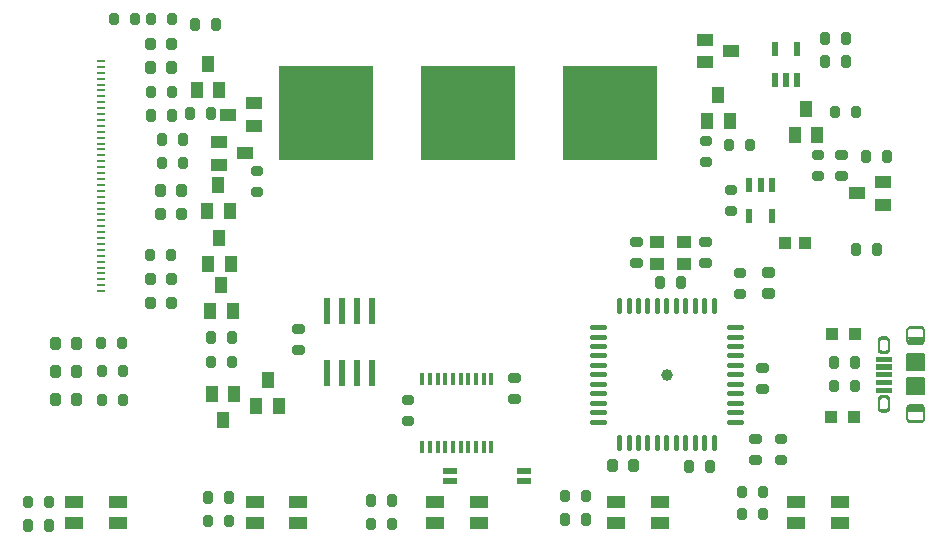
<source format=gbr>
G75*
%MOIN*%
%OFA0B0*%
%FSLAX24Y24*%
%IPPOS*%
%LPD*%
%AMOC8*
5,1,8,0,0,1.08239X$1,22.5*
%
%ADD10C,0.0283*%
%ADD11R,0.0512X0.0413*%
%ADD12R,0.0394X0.0394*%
%ADD13C,0.0050*%
%ADD14C,0.0016*%
%ADD15C,0.0060*%
%ADD16C,0.0142*%
%ADD17C,0.0394*%
%ADD18R,0.0433X0.0394*%
%ADD19R,0.0610X0.0404*%
%ADD20R,0.0551X0.0394*%
%ADD21R,0.0315X0.0100*%
%ADD22R,0.0394X0.0551*%
%ADD23R,0.0472X0.0236*%
%ADD24R,0.0120X0.0390*%
%ADD25R,0.0236X0.0866*%
%ADD26R,0.0217X0.0472*%
%ADD27R,0.3150X0.3150*%
D10*
X002260Y001192D02*
X002332Y001192D01*
X002332Y001042D01*
X002260Y001042D01*
X002260Y001192D01*
X002960Y001192D02*
X003032Y001192D01*
X003032Y001042D01*
X002960Y001042D01*
X002960Y001192D01*
X002960Y001829D02*
X003032Y001829D01*
X002960Y001829D02*
X002960Y001979D01*
X003032Y001979D01*
X003032Y001829D01*
X002332Y001829D02*
X002260Y001829D01*
X002260Y001979D01*
X002332Y001979D01*
X002332Y001829D01*
X003250Y005248D02*
X003250Y005398D01*
X003250Y005248D02*
X003178Y005248D01*
X003178Y005398D01*
X003250Y005398D01*
X003950Y005398D02*
X003950Y005248D01*
X003878Y005248D01*
X003878Y005398D01*
X003950Y005398D01*
X004728Y005372D02*
X004728Y005222D01*
X004728Y005372D02*
X004800Y005372D01*
X004800Y005222D01*
X004728Y005222D01*
X005428Y005222D02*
X005428Y005372D01*
X005500Y005372D01*
X005500Y005222D01*
X005428Y005222D01*
X005428Y006185D02*
X005428Y006335D01*
X005500Y006335D01*
X005500Y006185D01*
X005428Y006185D01*
X004728Y006185D02*
X004728Y006335D01*
X004800Y006335D01*
X004800Y006185D01*
X004728Y006185D01*
X003950Y006176D02*
X003950Y006326D01*
X003950Y006176D02*
X003878Y006176D01*
X003878Y006326D01*
X003950Y006326D01*
X003250Y006326D02*
X003250Y006176D01*
X003178Y006176D01*
X003178Y006326D01*
X003250Y006326D01*
X003250Y007110D02*
X003250Y007260D01*
X003250Y007110D02*
X003178Y007110D01*
X003178Y007260D01*
X003250Y007260D01*
X003950Y007260D02*
X003950Y007110D01*
X003878Y007110D01*
X003878Y007260D01*
X003950Y007260D01*
X004689Y007282D02*
X004689Y007132D01*
X004689Y007282D02*
X004761Y007282D01*
X004761Y007132D01*
X004689Y007132D01*
X005389Y007132D02*
X005389Y007282D01*
X005461Y007282D01*
X005461Y007132D01*
X005389Y007132D01*
X006419Y008461D02*
X006419Y008611D01*
X006419Y008461D02*
X006347Y008461D01*
X006347Y008611D01*
X006419Y008611D01*
X007119Y008611D02*
X007119Y008461D01*
X007047Y008461D01*
X007047Y008611D01*
X007119Y008611D01*
X007119Y009261D02*
X007119Y009411D01*
X007119Y009261D02*
X007047Y009261D01*
X007047Y009411D01*
X007119Y009411D01*
X006419Y009411D02*
X006419Y009261D01*
X006347Y009261D01*
X006347Y009411D01*
X006419Y009411D01*
X006416Y010060D02*
X006416Y010210D01*
X006416Y010060D02*
X006344Y010060D01*
X006344Y010210D01*
X006416Y010210D01*
X007116Y010210D02*
X007116Y010060D01*
X007044Y010060D01*
X007044Y010210D01*
X007116Y010210D01*
X007383Y011427D02*
X007383Y011577D01*
X007455Y011577D01*
X007455Y011427D01*
X007383Y011427D01*
X006683Y011427D02*
X006683Y011577D01*
X006755Y011577D01*
X006755Y011427D01*
X006683Y011427D01*
X006750Y012210D02*
X006750Y012360D01*
X006750Y012210D02*
X006678Y012210D01*
X006678Y012360D01*
X006750Y012360D01*
X007450Y012360D02*
X007450Y012210D01*
X007378Y012210D01*
X007378Y012360D01*
X007450Y012360D01*
X007440Y013277D02*
X007512Y013277D01*
X007512Y013127D01*
X007440Y013127D01*
X007440Y013277D01*
X006812Y013277D02*
X006740Y013277D01*
X006812Y013277D02*
X006812Y013127D01*
X006740Y013127D01*
X006740Y013277D01*
X006796Y013907D02*
X006796Y014057D01*
X006796Y013907D02*
X006724Y013907D01*
X006724Y014057D01*
X006796Y014057D01*
X007496Y014057D02*
X007496Y013907D01*
X007424Y013907D01*
X007424Y014057D01*
X007496Y014057D01*
X007068Y014702D02*
X007068Y014852D01*
X007140Y014852D01*
X007140Y014702D01*
X007068Y014702D01*
X007662Y014783D02*
X007734Y014783D01*
X007662Y014783D02*
X007662Y014933D01*
X007734Y014933D01*
X007734Y014783D01*
X008362Y014783D02*
X008434Y014783D01*
X008362Y014783D02*
X008362Y014933D01*
X008434Y014933D01*
X008434Y014783D01*
X007068Y015498D02*
X007068Y015648D01*
X007140Y015648D01*
X007140Y015498D01*
X007068Y015498D01*
X006368Y015498D02*
X006368Y015648D01*
X006440Y015648D01*
X006440Y015498D01*
X006368Y015498D01*
X006368Y014852D02*
X006368Y014702D01*
X006368Y014852D02*
X006440Y014852D01*
X006440Y014702D01*
X006368Y014702D01*
X006348Y016314D02*
X006348Y016464D01*
X006420Y016464D01*
X006420Y016314D01*
X006348Y016314D01*
X007048Y016314D02*
X007048Y016464D01*
X007120Y016464D01*
X007120Y016314D01*
X007048Y016314D01*
X007048Y017094D02*
X007048Y017244D01*
X007120Y017244D01*
X007120Y017094D01*
X007048Y017094D01*
X006348Y017094D02*
X006348Y017244D01*
X006420Y017244D01*
X006420Y017094D01*
X006348Y017094D01*
X006351Y017931D02*
X006351Y018081D01*
X006423Y018081D01*
X006423Y017931D01*
X006351Y017931D01*
X005916Y018076D02*
X005844Y018076D01*
X005916Y018076D02*
X005916Y017926D01*
X005844Y017926D01*
X005844Y018076D01*
X005216Y018076D02*
X005144Y018076D01*
X005216Y018076D02*
X005216Y017926D01*
X005144Y017926D01*
X005144Y018076D01*
X007051Y018081D02*
X007051Y017931D01*
X007051Y018081D02*
X007123Y018081D01*
X007123Y017931D01*
X007051Y017931D01*
X007844Y017744D02*
X007916Y017744D01*
X007844Y017744D02*
X007844Y017894D01*
X007916Y017894D01*
X007916Y017744D01*
X008544Y017744D02*
X008616Y017744D01*
X008544Y017744D02*
X008544Y017894D01*
X008616Y017894D01*
X008616Y017744D01*
X009855Y012961D02*
X010005Y012961D01*
X010005Y012889D01*
X009855Y012889D01*
X009855Y012961D01*
X009855Y012261D02*
X010005Y012261D01*
X010005Y012189D01*
X009855Y012189D01*
X009855Y012261D01*
X011242Y007714D02*
X011392Y007714D01*
X011392Y007642D01*
X011242Y007642D01*
X011242Y007714D01*
X011242Y007014D02*
X011392Y007014D01*
X011392Y006942D01*
X011242Y006942D01*
X011242Y007014D01*
X009130Y007303D02*
X009130Y007453D01*
X009130Y007303D02*
X009058Y007303D01*
X009058Y007453D01*
X009130Y007453D01*
X008430Y007453D02*
X008430Y007303D01*
X008358Y007303D01*
X008358Y007453D01*
X008430Y007453D01*
X008425Y006640D02*
X008353Y006640D01*
X008425Y006640D02*
X008425Y006490D01*
X008353Y006490D01*
X008353Y006640D01*
X009053Y006640D02*
X009125Y006640D01*
X009125Y006490D01*
X009053Y006490D01*
X009053Y006640D01*
X014893Y005271D02*
X015043Y005271D01*
X014893Y005271D02*
X014893Y005343D01*
X015043Y005343D01*
X015043Y005271D01*
X015043Y004571D02*
X014893Y004571D01*
X014893Y004643D01*
X015043Y004643D01*
X015043Y004571D01*
X018590Y005290D02*
X018590Y005362D01*
X018590Y005290D02*
X018440Y005290D01*
X018440Y005362D01*
X018590Y005362D01*
X018590Y005990D02*
X018590Y006062D01*
X018590Y005990D02*
X018440Y005990D01*
X018440Y006062D01*
X018590Y006062D01*
X021819Y003185D02*
X021819Y003035D01*
X021747Y003035D01*
X021747Y003185D01*
X021819Y003185D01*
X022519Y003185D02*
X022519Y003035D01*
X022447Y003035D01*
X022447Y003185D01*
X022519Y003185D01*
X024380Y003163D02*
X024380Y003013D01*
X024308Y003013D01*
X024308Y003163D01*
X024380Y003163D01*
X025080Y003163D02*
X025080Y003013D01*
X025008Y003013D01*
X025008Y003163D01*
X025080Y003163D01*
X026482Y003334D02*
X026632Y003334D01*
X026632Y003262D01*
X026482Y003262D01*
X026482Y003334D01*
X026482Y004034D02*
X026632Y004034D01*
X026632Y003962D01*
X026482Y003962D01*
X026482Y004034D01*
X027328Y004034D02*
X027478Y004034D01*
X027478Y003962D01*
X027328Y003962D01*
X027328Y004034D01*
X027328Y003334D02*
X027478Y003334D01*
X027478Y003262D01*
X027328Y003262D01*
X027328Y003334D01*
X026836Y002160D02*
X026764Y002160D01*
X026764Y002310D01*
X026836Y002310D01*
X026836Y002160D01*
X026136Y002160D02*
X026064Y002160D01*
X026064Y002310D01*
X026136Y002310D01*
X026136Y002160D01*
X026136Y001573D02*
X026064Y001573D01*
X026136Y001573D02*
X026136Y001423D01*
X026064Y001423D01*
X026064Y001573D01*
X026764Y001573D02*
X026836Y001573D01*
X026836Y001423D01*
X026764Y001423D01*
X026764Y001573D01*
X020929Y001242D02*
X020857Y001242D01*
X020857Y001392D01*
X020929Y001392D01*
X020929Y001242D01*
X020229Y001242D02*
X020157Y001242D01*
X020157Y001392D01*
X020229Y001392D01*
X020229Y001242D01*
X020229Y002179D02*
X020157Y002179D01*
X020229Y002179D02*
X020229Y002029D01*
X020157Y002029D01*
X020157Y002179D01*
X020857Y002179D02*
X020929Y002179D01*
X020929Y002029D01*
X020857Y002029D01*
X020857Y002179D01*
X026710Y005624D02*
X026860Y005624D01*
X026710Y005624D02*
X026710Y005696D01*
X026860Y005696D01*
X026860Y005624D01*
X026860Y006324D02*
X026710Y006324D01*
X026710Y006396D01*
X026860Y006396D01*
X026860Y006324D01*
X029124Y006629D02*
X029196Y006629D01*
X029196Y006479D01*
X029124Y006479D01*
X029124Y006629D01*
X029824Y006629D02*
X029896Y006629D01*
X029896Y006479D01*
X029824Y006479D01*
X029824Y006629D01*
X029833Y005841D02*
X029905Y005841D01*
X029905Y005691D01*
X029833Y005691D01*
X029833Y005841D01*
X029205Y005841D02*
X029133Y005841D01*
X029205Y005841D02*
X029205Y005691D01*
X029133Y005691D01*
X029133Y005841D01*
X027062Y008888D02*
X026912Y008888D01*
X027062Y008888D02*
X027062Y008816D01*
X026912Y008816D01*
X026912Y008888D01*
X026912Y009588D02*
X027062Y009588D01*
X027062Y009516D01*
X026912Y009516D01*
X026912Y009588D01*
X026114Y009564D02*
X026114Y009492D01*
X025964Y009492D01*
X025964Y009564D01*
X026114Y009564D01*
X026114Y008864D02*
X026114Y008792D01*
X025964Y008792D01*
X025964Y008864D01*
X026114Y008864D01*
X024959Y009909D02*
X024809Y009909D01*
X024959Y009909D02*
X024959Y009837D01*
X024809Y009837D01*
X024809Y009909D01*
X024110Y009142D02*
X024038Y009142D01*
X024038Y009292D01*
X024110Y009292D01*
X024110Y009142D01*
X023410Y009142D02*
X023338Y009142D01*
X023338Y009292D01*
X023410Y009292D01*
X023410Y009142D01*
X022652Y009912D02*
X022502Y009912D01*
X022652Y009912D02*
X022652Y009840D01*
X022502Y009840D01*
X022502Y009912D01*
X022502Y010612D02*
X022652Y010612D01*
X022652Y010540D01*
X022502Y010540D01*
X022502Y010612D01*
X024809Y010609D02*
X024959Y010609D01*
X024959Y010537D01*
X024809Y010537D01*
X024809Y010609D01*
X025664Y011645D02*
X025814Y011645D01*
X025814Y011573D01*
X025664Y011573D01*
X025664Y011645D01*
X025664Y012345D02*
X025814Y012345D01*
X025814Y012273D01*
X025664Y012273D01*
X025664Y012345D01*
X024982Y013195D02*
X024982Y013267D01*
X024982Y013195D02*
X024832Y013195D01*
X024832Y013267D01*
X024982Y013267D01*
X024982Y013895D02*
X024982Y013967D01*
X024982Y013895D02*
X024832Y013895D01*
X024832Y013967D01*
X024982Y013967D01*
X025711Y013877D02*
X025711Y013727D01*
X025639Y013727D01*
X025639Y013877D01*
X025711Y013877D01*
X026411Y013877D02*
X026411Y013727D01*
X026339Y013727D01*
X026339Y013877D01*
X026411Y013877D01*
X028560Y013435D02*
X028710Y013435D01*
X028560Y013435D02*
X028560Y013507D01*
X028710Y013507D01*
X028710Y013435D01*
X029497Y013435D02*
X029497Y013507D01*
X029497Y013435D02*
X029347Y013435D01*
X029347Y013507D01*
X029497Y013507D01*
X030196Y013486D02*
X030268Y013486D01*
X030268Y013336D01*
X030196Y013336D01*
X030196Y013486D01*
X030896Y013486D02*
X030968Y013486D01*
X030968Y013336D01*
X030896Y013336D01*
X030896Y013486D01*
X029497Y012807D02*
X029497Y012735D01*
X029347Y012735D01*
X029347Y012807D01*
X029497Y012807D01*
X028710Y012735D02*
X028560Y012735D01*
X028560Y012807D01*
X028710Y012807D01*
X028710Y012735D01*
X029171Y014981D02*
X029243Y014981D01*
X029243Y014831D01*
X029171Y014831D01*
X029171Y014981D01*
X029871Y014981D02*
X029943Y014981D01*
X029943Y014831D01*
X029871Y014831D01*
X029871Y014981D01*
X029602Y016505D02*
X029602Y016655D01*
X029602Y016505D02*
X029530Y016505D01*
X029530Y016655D01*
X029602Y016655D01*
X028902Y016655D02*
X028902Y016505D01*
X028830Y016505D01*
X028830Y016655D01*
X028902Y016655D01*
X028905Y017430D02*
X028833Y017430D01*
X028905Y017430D02*
X028905Y017280D01*
X028833Y017280D01*
X028833Y017430D01*
X029533Y017430D02*
X029605Y017430D01*
X029605Y017280D01*
X029533Y017280D01*
X029533Y017430D01*
X029858Y010390D02*
X029930Y010390D01*
X029930Y010240D01*
X029858Y010240D01*
X029858Y010390D01*
X030558Y010390D02*
X030630Y010390D01*
X030630Y010240D01*
X030558Y010240D01*
X030558Y010390D01*
X014457Y001879D02*
X014385Y001879D01*
X014385Y002029D01*
X014457Y002029D01*
X014457Y001879D01*
X013757Y001879D02*
X013685Y001879D01*
X013685Y002029D01*
X013757Y002029D01*
X013757Y001879D01*
X013757Y001242D02*
X013685Y001242D01*
X013757Y001242D02*
X013757Y001092D01*
X013685Y001092D01*
X013685Y001242D01*
X014385Y001242D02*
X014457Y001242D01*
X014457Y001092D01*
X014385Y001092D01*
X014385Y001242D01*
X009029Y001342D02*
X008957Y001342D01*
X009029Y001342D02*
X009029Y001192D01*
X008957Y001192D01*
X008957Y001342D01*
X008329Y001342D02*
X008257Y001342D01*
X008329Y001342D02*
X008329Y001192D01*
X008257Y001192D01*
X008257Y001342D01*
X008257Y001979D02*
X008329Y001979D01*
X008257Y001979D02*
X008257Y002129D01*
X008329Y002129D01*
X008329Y001979D01*
X008957Y001979D02*
X009029Y001979D01*
X008957Y001979D02*
X008957Y002129D01*
X009029Y002129D01*
X009029Y001979D01*
D11*
X023272Y009840D03*
X024178Y009840D03*
X024178Y010568D03*
X023272Y010568D03*
D12*
X029091Y007489D03*
X029879Y007489D03*
X029848Y004745D03*
X029061Y004745D03*
D13*
X030655Y005016D02*
X030655Y005336D01*
X030695Y005336D02*
X030697Y005349D01*
X030702Y005361D01*
X030710Y005371D01*
X030720Y005379D01*
X030732Y005384D01*
X030745Y005386D01*
X030905Y005386D01*
X030918Y005384D01*
X030930Y005379D01*
X030940Y005371D01*
X030948Y005361D01*
X030953Y005349D01*
X030955Y005336D01*
X030995Y005336D02*
X030995Y005016D01*
X030955Y005016D02*
X030953Y005003D01*
X030948Y004991D01*
X030940Y004981D01*
X030930Y004973D01*
X030918Y004968D01*
X030905Y004966D01*
X030755Y004956D01*
X030755Y004916D02*
X030895Y004916D01*
X030912Y004918D01*
X030929Y004922D01*
X030945Y004929D01*
X030959Y004939D01*
X030972Y004952D01*
X030982Y004966D01*
X030989Y004982D01*
X030993Y004999D01*
X030995Y005016D01*
X030755Y004956D02*
X030742Y004958D01*
X030729Y004962D01*
X030718Y004969D01*
X030708Y004979D01*
X030701Y004990D01*
X030697Y005003D01*
X030695Y005016D01*
X030655Y005016D02*
X030657Y004999D01*
X030661Y004982D01*
X030668Y004966D01*
X030678Y004952D01*
X030691Y004939D01*
X030705Y004929D01*
X030721Y004922D01*
X030738Y004918D01*
X030755Y004916D01*
X030655Y005336D02*
X030657Y005353D01*
X030661Y005370D01*
X030668Y005386D01*
X030678Y005400D01*
X030691Y005413D01*
X030705Y005423D01*
X030721Y005430D01*
X030738Y005434D01*
X030755Y005436D01*
X030895Y005436D01*
X030912Y005434D01*
X030929Y005430D01*
X030945Y005423D01*
X030959Y005413D01*
X030972Y005400D01*
X030982Y005386D01*
X030989Y005370D01*
X030993Y005353D01*
X030995Y005336D01*
X031635Y005096D02*
X032135Y005096D01*
X032135Y005076D01*
X031635Y005076D01*
X031635Y005036D01*
X032135Y005036D01*
X032135Y004986D01*
X031625Y004986D01*
X031625Y004996D01*
X031625Y004986D02*
X031625Y004946D01*
X032135Y004946D01*
X032155Y005046D02*
X032155Y004666D01*
X032115Y004606D02*
X031655Y004606D01*
X031615Y004666D02*
X031615Y005046D01*
X031617Y005063D01*
X031621Y005080D01*
X031628Y005096D01*
X031638Y005110D01*
X031651Y005123D01*
X031665Y005133D01*
X031681Y005140D01*
X031698Y005144D01*
X031715Y005146D01*
X032055Y005146D01*
X032072Y005144D01*
X032089Y005140D01*
X032105Y005133D01*
X032119Y005123D01*
X032132Y005110D01*
X032142Y005096D01*
X032149Y005080D01*
X032153Y005063D01*
X032155Y005046D01*
X032155Y004666D02*
X032153Y004649D01*
X032149Y004632D01*
X032142Y004616D01*
X032132Y004602D01*
X032119Y004589D01*
X032105Y004579D01*
X032089Y004572D01*
X032072Y004568D01*
X032055Y004566D01*
X031715Y004566D01*
X031698Y004568D01*
X031681Y004572D01*
X031665Y004579D01*
X031651Y004589D01*
X031638Y004602D01*
X031628Y004616D01*
X031621Y004632D01*
X031617Y004649D01*
X031615Y004666D01*
X030895Y006876D02*
X030755Y006876D01*
X030755Y006916D02*
X030895Y006916D01*
X030908Y006918D01*
X030920Y006923D01*
X030930Y006931D01*
X030938Y006941D01*
X030943Y006953D01*
X030945Y006966D01*
X030995Y006976D02*
X030995Y007296D01*
X030955Y007296D02*
X030953Y007309D01*
X030948Y007321D01*
X030940Y007331D01*
X030930Y007339D01*
X030918Y007344D01*
X030905Y007346D01*
X030745Y007346D01*
X030732Y007344D01*
X030720Y007339D01*
X030710Y007331D01*
X030702Y007321D01*
X030697Y007309D01*
X030695Y007296D01*
X030655Y007296D02*
X030655Y006976D01*
X030657Y006959D01*
X030661Y006942D01*
X030668Y006926D01*
X030678Y006912D01*
X030691Y006899D01*
X030705Y006889D01*
X030721Y006882D01*
X030738Y006878D01*
X030755Y006876D01*
X030755Y006916D02*
X030742Y006918D01*
X030730Y006923D01*
X030720Y006931D01*
X030712Y006941D01*
X030707Y006953D01*
X030705Y006966D01*
X030895Y006876D02*
X030912Y006878D01*
X030929Y006882D01*
X030945Y006889D01*
X030959Y006899D01*
X030972Y006912D01*
X030982Y006926D01*
X030989Y006942D01*
X030993Y006959D01*
X030995Y006976D01*
X030995Y007296D02*
X030993Y007313D01*
X030989Y007330D01*
X030982Y007346D01*
X030972Y007360D01*
X030959Y007373D01*
X030945Y007383D01*
X030929Y007390D01*
X030912Y007394D01*
X030895Y007396D01*
X030755Y007396D01*
X030738Y007394D01*
X030721Y007390D01*
X030705Y007383D01*
X030691Y007373D01*
X030678Y007360D01*
X030668Y007346D01*
X030661Y007330D01*
X030657Y007313D01*
X030655Y007296D01*
X031615Y007276D02*
X031615Y007636D01*
X031655Y007696D02*
X032115Y007696D01*
X032055Y007736D02*
X031715Y007736D01*
X031698Y007734D01*
X031681Y007730D01*
X031665Y007723D01*
X031651Y007713D01*
X031638Y007700D01*
X031628Y007686D01*
X031621Y007670D01*
X031617Y007653D01*
X031615Y007636D01*
X031645Y007366D02*
X032115Y007366D01*
X032120Y007365D01*
X032124Y007361D01*
X032125Y007356D01*
X032125Y007316D01*
X031655Y007316D01*
X031655Y007266D01*
X032115Y007266D01*
X032115Y007216D01*
X031655Y007216D01*
X031715Y007176D02*
X032055Y007176D01*
X032072Y007178D01*
X032089Y007182D01*
X032105Y007189D01*
X032119Y007199D01*
X032132Y007212D01*
X032142Y007226D01*
X032149Y007242D01*
X032153Y007259D01*
X032155Y007276D01*
X032155Y007636D01*
X032153Y007653D01*
X032149Y007670D01*
X032142Y007686D01*
X032132Y007700D01*
X032119Y007713D01*
X032105Y007723D01*
X032089Y007730D01*
X032072Y007734D01*
X032055Y007736D01*
X031615Y007276D02*
X031617Y007259D01*
X031621Y007242D01*
X031628Y007226D01*
X031638Y007212D01*
X031651Y007199D01*
X031665Y007189D01*
X031681Y007182D01*
X031698Y007178D01*
X031715Y007176D01*
D14*
X031082Y006748D02*
X031082Y006604D01*
X030568Y006604D01*
X030568Y006748D01*
X031082Y006748D01*
X031082Y006619D02*
X030568Y006619D01*
X030568Y006634D02*
X031082Y006634D01*
X031082Y006649D02*
X030568Y006649D01*
X030568Y006664D02*
X031082Y006664D01*
X031082Y006679D02*
X030568Y006679D01*
X030568Y006694D02*
X031082Y006694D01*
X031082Y006709D02*
X030568Y006709D01*
X030568Y006724D02*
X031082Y006724D01*
X031082Y006739D02*
X030568Y006739D01*
X031082Y006488D02*
X031082Y006344D01*
X030568Y006344D01*
X030568Y006488D01*
X031082Y006488D01*
X031082Y006359D02*
X030568Y006359D01*
X030568Y006374D02*
X031082Y006374D01*
X031082Y006389D02*
X030568Y006389D01*
X030568Y006404D02*
X031082Y006404D01*
X031082Y006419D02*
X030568Y006419D01*
X030568Y006434D02*
X031082Y006434D01*
X031082Y006449D02*
X030568Y006449D01*
X030568Y006464D02*
X031082Y006464D01*
X031082Y006479D02*
X030568Y006479D01*
X031082Y006228D02*
X031082Y006084D01*
X030568Y006084D01*
X030568Y006228D01*
X031082Y006228D01*
X031082Y006099D02*
X030568Y006099D01*
X030568Y006114D02*
X031082Y006114D01*
X031082Y006129D02*
X030568Y006129D01*
X030568Y006144D02*
X031082Y006144D01*
X031082Y006159D02*
X030568Y006159D01*
X030568Y006174D02*
X031082Y006174D01*
X031082Y006189D02*
X030568Y006189D01*
X030568Y006204D02*
X031082Y006204D01*
X031082Y006219D02*
X030568Y006219D01*
X031082Y005968D02*
X031082Y005824D01*
X030568Y005824D01*
X030568Y005968D01*
X031082Y005968D01*
X031082Y005839D02*
X030568Y005839D01*
X030568Y005854D02*
X031082Y005854D01*
X031082Y005869D02*
X030568Y005869D01*
X030568Y005884D02*
X031082Y005884D01*
X031082Y005899D02*
X030568Y005899D01*
X030568Y005914D02*
X031082Y005914D01*
X031082Y005929D02*
X030568Y005929D01*
X030568Y005944D02*
X031082Y005944D01*
X031082Y005959D02*
X030568Y005959D01*
X031082Y005708D02*
X031082Y005564D01*
X030568Y005564D01*
X030568Y005708D01*
X031082Y005708D01*
X031082Y005579D02*
X030568Y005579D01*
X030568Y005594D02*
X031082Y005594D01*
X031082Y005609D02*
X030568Y005609D01*
X030568Y005624D02*
X031082Y005624D01*
X031082Y005639D02*
X030568Y005639D01*
X030568Y005654D02*
X031082Y005654D01*
X031082Y005669D02*
X030568Y005669D01*
X030568Y005684D02*
X031082Y005684D01*
X031082Y005699D02*
X030568Y005699D01*
D15*
X032155Y005486D02*
X032155Y006026D01*
X032155Y005486D02*
X031615Y005486D01*
X031615Y006026D01*
X032155Y006026D01*
X032155Y005545D02*
X031615Y005545D01*
X031615Y005604D02*
X032155Y005604D01*
X032155Y005663D02*
X031615Y005663D01*
X031615Y005722D02*
X032155Y005722D01*
X032155Y005781D02*
X031615Y005781D01*
X031615Y005840D02*
X032155Y005840D01*
X032155Y005899D02*
X031615Y005899D01*
X031615Y005958D02*
X032155Y005958D01*
X032155Y006017D02*
X031615Y006017D01*
X032155Y006286D02*
X032155Y006826D01*
X032155Y006286D02*
X031615Y006286D01*
X031615Y006826D01*
X032155Y006826D01*
X032155Y006345D02*
X031615Y006345D01*
X031615Y006404D02*
X032155Y006404D01*
X032155Y006463D02*
X031615Y006463D01*
X031615Y006522D02*
X032155Y006522D01*
X032155Y006581D02*
X031615Y006581D01*
X031615Y006640D02*
X032155Y006640D01*
X032155Y006699D02*
X031615Y006699D01*
X031615Y006758D02*
X032155Y006758D01*
X032155Y006817D02*
X031615Y006817D01*
D16*
X026084Y006787D02*
X025676Y006787D01*
X026084Y006787D02*
X026084Y006753D01*
X025676Y006753D01*
X025676Y006787D01*
X025676Y007102D02*
X026084Y007102D01*
X026084Y007068D01*
X025676Y007068D01*
X025676Y007102D01*
X025676Y007417D02*
X026084Y007417D01*
X026084Y007383D01*
X025676Y007383D01*
X025676Y007417D01*
X025676Y007732D02*
X026084Y007732D01*
X026084Y007698D01*
X025676Y007698D01*
X025676Y007732D01*
X025188Y008627D02*
X025154Y008627D01*
X025188Y008627D02*
X025188Y008219D01*
X025154Y008219D01*
X025154Y008627D01*
X025154Y008360D02*
X025188Y008360D01*
X025188Y008501D02*
X025154Y008501D01*
X024873Y008627D02*
X024839Y008627D01*
X024873Y008627D02*
X024873Y008219D01*
X024839Y008219D01*
X024839Y008627D01*
X024839Y008360D02*
X024873Y008360D01*
X024873Y008501D02*
X024839Y008501D01*
X024558Y008627D02*
X024524Y008627D01*
X024558Y008627D02*
X024558Y008219D01*
X024524Y008219D01*
X024524Y008627D01*
X024524Y008360D02*
X024558Y008360D01*
X024558Y008501D02*
X024524Y008501D01*
X024243Y008627D02*
X024209Y008627D01*
X024243Y008627D02*
X024243Y008219D01*
X024209Y008219D01*
X024209Y008627D01*
X024209Y008360D02*
X024243Y008360D01*
X024243Y008501D02*
X024209Y008501D01*
X023928Y008627D02*
X023894Y008627D01*
X023928Y008627D02*
X023928Y008219D01*
X023894Y008219D01*
X023894Y008627D01*
X023894Y008360D02*
X023928Y008360D01*
X023928Y008501D02*
X023894Y008501D01*
X023613Y008627D02*
X023579Y008627D01*
X023613Y008627D02*
X023613Y008219D01*
X023579Y008219D01*
X023579Y008627D01*
X023579Y008360D02*
X023613Y008360D01*
X023613Y008501D02*
X023579Y008501D01*
X023298Y008627D02*
X023264Y008627D01*
X023298Y008627D02*
X023298Y008219D01*
X023264Y008219D01*
X023264Y008627D01*
X023264Y008360D02*
X023298Y008360D01*
X023298Y008501D02*
X023264Y008501D01*
X022983Y008627D02*
X022949Y008627D01*
X022983Y008627D02*
X022983Y008219D01*
X022949Y008219D01*
X022949Y008627D01*
X022949Y008360D02*
X022983Y008360D01*
X022983Y008501D02*
X022949Y008501D01*
X022668Y008627D02*
X022634Y008627D01*
X022668Y008627D02*
X022668Y008219D01*
X022634Y008219D01*
X022634Y008627D01*
X022634Y008360D02*
X022668Y008360D01*
X022668Y008501D02*
X022634Y008501D01*
X022353Y008627D02*
X022319Y008627D01*
X022353Y008627D02*
X022353Y008219D01*
X022319Y008219D01*
X022319Y008627D01*
X022319Y008360D02*
X022353Y008360D01*
X022353Y008501D02*
X022319Y008501D01*
X022038Y008627D02*
X022004Y008627D01*
X022038Y008627D02*
X022038Y008219D01*
X022004Y008219D01*
X022004Y008627D01*
X022004Y008360D02*
X022038Y008360D01*
X022038Y008501D02*
X022004Y008501D01*
X021517Y007732D02*
X021109Y007732D01*
X021517Y007732D02*
X021517Y007698D01*
X021109Y007698D01*
X021109Y007732D01*
X021109Y007417D02*
X021517Y007417D01*
X021517Y007383D01*
X021109Y007383D01*
X021109Y007417D01*
X021109Y007102D02*
X021517Y007102D01*
X021517Y007068D01*
X021109Y007068D01*
X021109Y007102D01*
X021109Y006787D02*
X021517Y006787D01*
X021517Y006753D01*
X021109Y006753D01*
X021109Y006787D01*
X021109Y006472D02*
X021517Y006472D01*
X021517Y006438D01*
X021109Y006438D01*
X021109Y006472D01*
X021109Y006157D02*
X021517Y006157D01*
X021517Y006123D01*
X021109Y006123D01*
X021109Y006157D01*
X021109Y005842D02*
X021517Y005842D01*
X021517Y005808D01*
X021109Y005808D01*
X021109Y005842D01*
X021109Y005527D02*
X021517Y005527D01*
X021517Y005493D01*
X021109Y005493D01*
X021109Y005527D01*
X021109Y005212D02*
X021517Y005212D01*
X021517Y005178D01*
X021109Y005178D01*
X021109Y005212D01*
X021109Y004897D02*
X021517Y004897D01*
X021517Y004863D01*
X021109Y004863D01*
X021109Y004897D01*
X021109Y004582D02*
X021517Y004582D01*
X021517Y004548D01*
X021109Y004548D01*
X021109Y004582D01*
X022004Y004060D02*
X022038Y004060D01*
X022038Y003652D01*
X022004Y003652D01*
X022004Y004060D01*
X022004Y003793D02*
X022038Y003793D01*
X022038Y003934D02*
X022004Y003934D01*
X022319Y004060D02*
X022353Y004060D01*
X022353Y003652D01*
X022319Y003652D01*
X022319Y004060D01*
X022319Y003793D02*
X022353Y003793D01*
X022353Y003934D02*
X022319Y003934D01*
X022634Y004060D02*
X022668Y004060D01*
X022668Y003652D01*
X022634Y003652D01*
X022634Y004060D01*
X022634Y003793D02*
X022668Y003793D01*
X022668Y003934D02*
X022634Y003934D01*
X022949Y004060D02*
X022983Y004060D01*
X022983Y003652D01*
X022949Y003652D01*
X022949Y004060D01*
X022949Y003793D02*
X022983Y003793D01*
X022983Y003934D02*
X022949Y003934D01*
X023264Y004060D02*
X023298Y004060D01*
X023298Y003652D01*
X023264Y003652D01*
X023264Y004060D01*
X023264Y003793D02*
X023298Y003793D01*
X023298Y003934D02*
X023264Y003934D01*
X023579Y004060D02*
X023613Y004060D01*
X023613Y003652D01*
X023579Y003652D01*
X023579Y004060D01*
X023579Y003793D02*
X023613Y003793D01*
X023613Y003934D02*
X023579Y003934D01*
X023894Y004060D02*
X023928Y004060D01*
X023928Y003652D01*
X023894Y003652D01*
X023894Y004060D01*
X023894Y003793D02*
X023928Y003793D01*
X023928Y003934D02*
X023894Y003934D01*
X024209Y004060D02*
X024243Y004060D01*
X024243Y003652D01*
X024209Y003652D01*
X024209Y004060D01*
X024209Y003793D02*
X024243Y003793D01*
X024243Y003934D02*
X024209Y003934D01*
X024524Y004060D02*
X024558Y004060D01*
X024558Y003652D01*
X024524Y003652D01*
X024524Y004060D01*
X024524Y003793D02*
X024558Y003793D01*
X024558Y003934D02*
X024524Y003934D01*
X024839Y004060D02*
X024873Y004060D01*
X024873Y003652D01*
X024839Y003652D01*
X024839Y004060D01*
X024839Y003793D02*
X024873Y003793D01*
X024873Y003934D02*
X024839Y003934D01*
X025154Y004060D02*
X025188Y004060D01*
X025188Y003652D01*
X025154Y003652D01*
X025154Y004060D01*
X025154Y003793D02*
X025188Y003793D01*
X025188Y003934D02*
X025154Y003934D01*
X025676Y004582D02*
X026084Y004582D01*
X026084Y004548D01*
X025676Y004548D01*
X025676Y004582D01*
X025676Y004897D02*
X026084Y004897D01*
X026084Y004863D01*
X025676Y004863D01*
X025676Y004897D01*
X025676Y005212D02*
X026084Y005212D01*
X026084Y005178D01*
X025676Y005178D01*
X025676Y005212D01*
X025676Y005527D02*
X026084Y005527D01*
X026084Y005493D01*
X025676Y005493D01*
X025676Y005527D01*
X025676Y005842D02*
X026084Y005842D01*
X026084Y005808D01*
X025676Y005808D01*
X025676Y005842D01*
X025676Y006157D02*
X026084Y006157D01*
X026084Y006123D01*
X025676Y006123D01*
X025676Y006157D01*
X025676Y006472D02*
X026084Y006472D01*
X026084Y006438D01*
X025676Y006438D01*
X025676Y006472D01*
D17*
X023596Y006140D03*
D18*
X027538Y010528D03*
X028207Y010528D03*
D19*
X027915Y001885D03*
X027915Y001206D03*
X029372Y001206D03*
X029372Y001885D03*
X023353Y001885D03*
X023353Y001206D03*
X021896Y001206D03*
X021896Y001885D03*
X017331Y001885D03*
X017331Y001206D03*
X015874Y001206D03*
X015874Y001885D03*
X011309Y001885D03*
X011309Y001206D03*
X009852Y001206D03*
X009852Y001885D03*
X005291Y001885D03*
X005291Y001206D03*
X003834Y001206D03*
X003834Y001885D03*
D20*
X008671Y013144D03*
X009537Y013518D03*
X008671Y013892D03*
X009849Y014441D03*
X008983Y014815D03*
X009849Y015190D03*
X024856Y016556D03*
X025722Y016930D03*
X024856Y017304D03*
X030793Y012564D03*
X029927Y012190D03*
X030793Y011816D03*
D21*
X004717Y011880D03*
X004717Y011683D03*
X004717Y011486D03*
X004717Y011290D03*
X004717Y011093D03*
X004717Y010896D03*
X004717Y010699D03*
X004717Y010502D03*
X004717Y010305D03*
X004717Y010108D03*
X004717Y009912D03*
X004717Y009715D03*
X004717Y009518D03*
X004717Y009321D03*
X004717Y009124D03*
X004717Y008927D03*
X004717Y012077D03*
X004717Y012274D03*
X004717Y012471D03*
X004717Y012667D03*
X004717Y012864D03*
X004717Y013061D03*
X004717Y013258D03*
X004717Y013455D03*
X004717Y013652D03*
X004717Y013849D03*
X004717Y014045D03*
X004717Y014242D03*
X004717Y014439D03*
X004717Y014636D03*
X004717Y014833D03*
X004717Y015030D03*
X004717Y015227D03*
X004717Y015423D03*
X004717Y015620D03*
X004717Y015817D03*
X004717Y016014D03*
X004717Y016211D03*
X004717Y016408D03*
X004717Y016604D03*
D22*
X007923Y015644D03*
X008671Y015644D03*
X008297Y016510D03*
X008646Y012457D03*
X008272Y011591D03*
X009020Y011591D03*
X008678Y010705D03*
X009052Y009839D03*
X008304Y009839D03*
X008748Y009143D03*
X008374Y008277D03*
X009122Y008277D03*
X010287Y005981D03*
X009173Y005490D03*
X009913Y005115D03*
X010661Y005115D03*
X008799Y004623D03*
X008425Y005490D03*
X024939Y014612D03*
X025687Y014612D03*
X025313Y015478D03*
X027861Y014141D03*
X028609Y014141D03*
X028235Y015007D03*
D23*
X018832Y002942D03*
X018832Y002588D03*
X016352Y002588D03*
X016352Y002942D03*
D24*
X016465Y003718D03*
X016721Y003718D03*
X016977Y003718D03*
X017233Y003718D03*
X017489Y003718D03*
X017744Y003718D03*
X016209Y003718D03*
X015953Y003718D03*
X015697Y003718D03*
X015441Y003718D03*
X015441Y006015D03*
X015697Y006015D03*
X015953Y006015D03*
X016209Y006015D03*
X016465Y006015D03*
X016721Y006015D03*
X016977Y006015D03*
X017233Y006015D03*
X017489Y006015D03*
X017744Y006015D03*
D25*
X013764Y006213D03*
X013264Y006213D03*
X012764Y006213D03*
X012264Y006213D03*
X012264Y008260D03*
X012764Y008260D03*
X013264Y008260D03*
X013764Y008260D03*
D26*
X026349Y011447D03*
X027097Y011447D03*
X027097Y012471D03*
X026723Y012471D03*
X026349Y012471D03*
X027195Y015965D03*
X027569Y015965D03*
X027943Y015965D03*
X027943Y016989D03*
X027195Y016989D03*
D27*
X021696Y014878D03*
X016972Y014878D03*
X012248Y014878D03*
M02*

</source>
